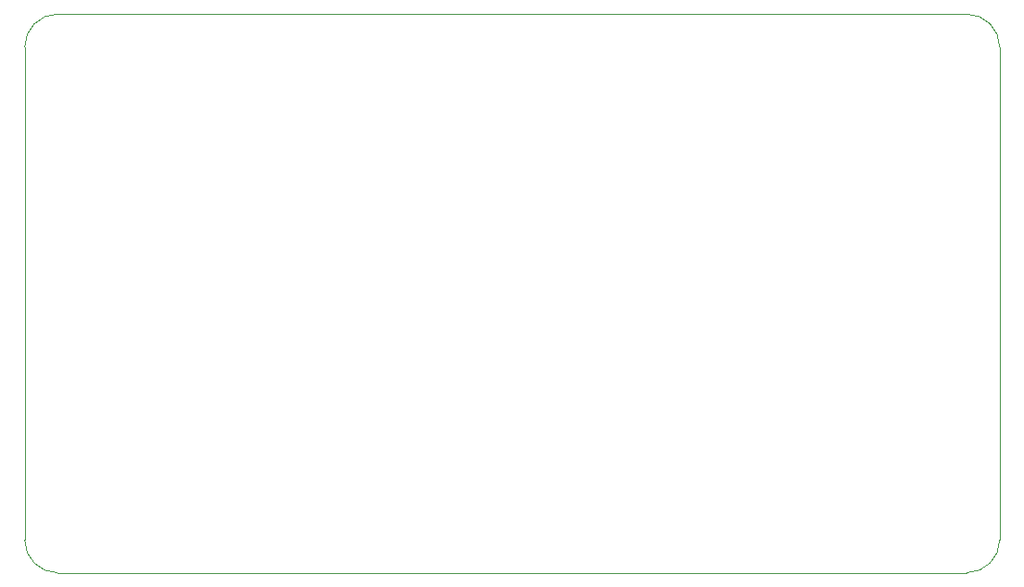
<source format=gbr>
%TF.GenerationSoftware,KiCad,Pcbnew,8.0.3*%
%TF.CreationDate,2024-09-04T14:49:45-07:00*%
%TF.ProjectId,BusinessCard,42757369-6e65-4737-9343-6172642e6b69,rev?*%
%TF.SameCoordinates,Original*%
%TF.FileFunction,Profile,NP*%
%FSLAX46Y46*%
G04 Gerber Fmt 4.6, Leading zero omitted, Abs format (unit mm)*
G04 Created by KiCad (PCBNEW 8.0.3) date 2024-09-04 14:49:45*
%MOMM*%
%LPD*%
G01*
G04 APERTURE LIST*
%TA.AperFunction,Profile*%
%ADD10C,0.050000*%
%TD*%
G04 APERTURE END LIST*
D10*
X275500000Y-71000000D02*
X275500000Y-116000000D01*
X275500000Y-116000000D02*
G75*
G02*
X272500000Y-119000000I-3000000J0D01*
G01*
X186500000Y-71000000D02*
G75*
G02*
X189500000Y-68000000I3000000J0D01*
G01*
X186500000Y-116000000D02*
X186500000Y-71000000D01*
X189500000Y-119000000D02*
G75*
G02*
X186500000Y-116000000I0J3000000D01*
G01*
X272500000Y-68000000D02*
G75*
G02*
X275500000Y-71000000I0J-3000000D01*
G01*
X272500000Y-119000000D02*
X189500000Y-119000000D01*
X189500000Y-68000000D02*
X272500000Y-68000000D01*
M02*

</source>
